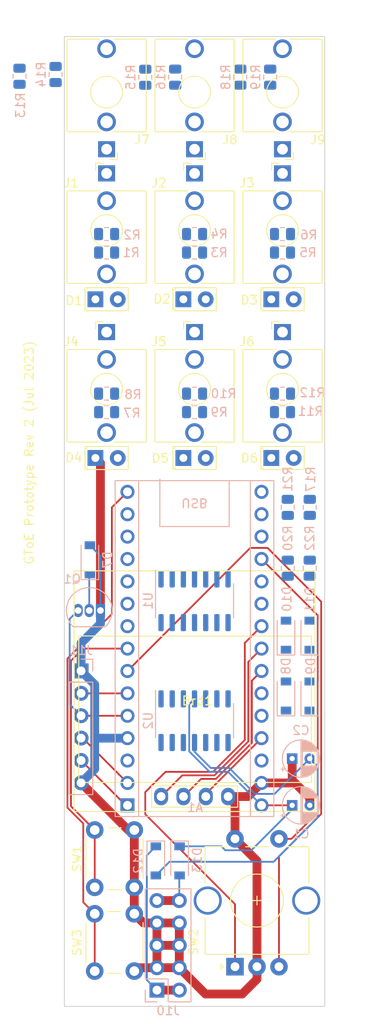
<source format=kicad_pcb>
(kicad_pcb (version 20211014) (generator pcbnew)

  (general
    (thickness 1.6)
  )

  (paper "A4")
  (layers
    (0 "F.Cu" signal)
    (31 "B.Cu" signal)
    (32 "B.Adhes" user "B.Adhesive")
    (33 "F.Adhes" user "F.Adhesive")
    (34 "B.Paste" user)
    (35 "F.Paste" user)
    (36 "B.SilkS" user "B.Silkscreen")
    (37 "F.SilkS" user "F.Silkscreen")
    (38 "B.Mask" user)
    (39 "F.Mask" user)
    (40 "Dwgs.User" user "User.Drawings")
    (41 "Cmts.User" user "User.Comments")
    (42 "Eco1.User" user "User.Eco1")
    (43 "Eco2.User" user "User.Eco2")
    (44 "Edge.Cuts" user)
    (45 "Margin" user)
    (46 "B.CrtYd" user "B.Courtyard")
    (47 "F.CrtYd" user "F.Courtyard")
    (48 "B.Fab" user)
    (49 "F.Fab" user)
    (50 "User.1" user)
    (51 "User.2" user)
    (52 "User.3" user)
    (53 "User.4" user)
    (54 "User.5" user)
    (55 "User.6" user)
    (56 "User.7" user)
    (57 "User.8" user)
    (58 "User.9" user)
  )

  (setup
    (stackup
      (layer "F.SilkS" (type "Top Silk Screen"))
      (layer "F.Paste" (type "Top Solder Paste"))
      (layer "F.Mask" (type "Top Solder Mask") (thickness 0.01))
      (layer "F.Cu" (type "copper") (thickness 0.035))
      (layer "dielectric 1" (type "core") (thickness 1.51) (material "FR4") (epsilon_r 4.5) (loss_tangent 0.02))
      (layer "B.Cu" (type "copper") (thickness 0.035))
      (layer "B.Mask" (type "Bottom Solder Mask") (thickness 0.01))
      (layer "B.Paste" (type "Bottom Solder Paste"))
      (layer "B.SilkS" (type "Bottom Silk Screen"))
      (copper_finish "None")
      (dielectric_constraints no)
    )
    (pad_to_mask_clearance 0)
    (aux_axis_origin 100 40)
    (pcbplotparams
      (layerselection 0x00010f0_ffffffff)
      (disableapertmacros false)
      (usegerberextensions false)
      (usegerberattributes true)
      (usegerberadvancedattributes true)
      (creategerberjobfile true)
      (svguseinch false)
      (svgprecision 6)
      (excludeedgelayer true)
      (plotframeref false)
      (viasonmask false)
      (mode 1)
      (useauxorigin false)
      (hpglpennumber 1)
      (hpglpenspeed 20)
      (hpglpendiameter 15.000000)
      (dxfpolygonmode true)
      (dxfimperialunits true)
      (dxfusepcbnewfont true)
      (psnegative false)
      (psa4output false)
      (plotreference true)
      (plotvalue true)
      (plotinvisibletext false)
      (sketchpadsonfab false)
      (subtractmaskfromsilk false)
      (outputformat 1)
      (mirror false)
      (drillshape 0)
      (scaleselection 1)
      (outputdirectory "Gerbers/")
    )
  )

  (net 0 "")
  (net 1 "Serial Out")
  (net 2 "Serial In")
  (net 3 "unconnected-(A1-Pad3)")
  (net 4 "GND")
  (net 5 "DIGITAL INPUT")
  (net 6 "ENC_D2")
  (net 7 "ENC_D1")
  (net 8 "Channel 1")
  (net 9 "Channel 2")
  (net 10 "Channel 3")
  (net 11 "Channel 4")
  (net 12 "Channel 5")
  (net 13 "Channel 6")
  (net 14 "START STOP BTN")
  (net 15 "SHIFT BTN")
  (net 16 "24ppqn OUT")
  (net 17 "unconnected-(A1-Pad17)")
  (net 18 "unconnected-(A1-Pad18)")
  (net 19 "unconnected-(A1-Pad20)")
  (net 20 "unconnected-(A1-Pad21)")
  (net 21 "ENC_BTN")
  (net 22 "I2C SDA")
  (net 23 "I2C SCL")
  (net 24 "+5V")
  (net 25 "unconnected-(A1-Pad28)")
  (net 26 "+12V")
  (net 27 "Net-(D1-Pad2)")
  (net 28 "Net-(D2-Pad2)")
  (net 29 "Net-(D3-Pad2)")
  (net 30 "Net-(D4-Pad2)")
  (net 31 "Net-(D5-Pad2)")
  (net 32 "Net-(D6-Pad2)")
  (net 33 "Net-(D7-Pad1)")
  (net 34 "Net-(J1-PadT)")
  (net 35 "unconnected-(J1-PadTN)")
  (net 36 "Net-(J2-PadT)")
  (net 37 "unconnected-(J2-PadTN)")
  (net 38 "Net-(J3-PadT)")
  (net 39 "unconnected-(J3-PadTN)")
  (net 40 "Net-(J4-PadT)")
  (net 41 "unconnected-(J4-PadTN)")
  (net 42 "Net-(J5-PadT)")
  (net 43 "unconnected-(J5-PadTN)")
  (net 44 "Net-(J6-PadT)")
  (net 45 "unconnected-(J6-PadTN)")
  (net 46 "Net-(J7-PadT)")
  (net 47 "unconnected-(J7-PadTN)")
  (net 48 "Net-(J8-PadT)")
  (net 49 "unconnected-(J8-PadTN)")
  (net 50 "Net-(J9-PadT)")
  (net 51 "unconnected-(J9-PadTN)")
  (net 52 "CV2 INPUT")
  (net 53 "-12V")
  (net 54 "CV1 INPUT")
  (net 55 "unconnected-(A1-Pad16)")
  (net 56 "Net-(D12-Pad1)")
  (net 57 "Net-(D13-Pad2)")
  (net 58 "Net-(R1-Pad1)")
  (net 59 "Net-(R3-Pad1)")
  (net 60 "Net-(R5-Pad1)")
  (net 61 "Net-(R7-Pad1)")
  (net 62 "Net-(R10-Pad2)")
  (net 63 "Net-(R11-Pad1)")
  (net 64 "Net-(R17-Pad2)")
  (net 65 "Net-(R15-Pad2)")
  (net 66 "Net-(R16-Pad2)")
  (net 67 "Net-(R20-Pad1)")

  (footprint "gtoe:thonkiconn" (layer "F.Cu") (at 124.8 46.3 180))

  (footprint "gtoe:button" (layer "F.Cu") (at 105.7 142.75 90))

  (footprint "gtoe:FlatTopLed" (layer "F.Cu") (at 114.8 87.8))

  (footprint "gtoe:thonkiconn" (layer "F.Cu") (at 114.8 62))

  (footprint "gtoe:I2C SSD1306" (layer "F.Cu") (at 114.8 115.6 180))

  (footprint "gtoe:thonkiconn" (layer "F.Cu") (at 114.8 80))

  (footprint "gtoe:FlatTopLed" (layer "F.Cu") (at 104.8 87.8))

  (footprint "gtoe:FlatTopLed" (layer "F.Cu") (at 124.8 69.8))

  (footprint "gtoe:thonkiconn" (layer "F.Cu") (at 124.8 62))

  (footprint "gtoe:FlatTopLed" (layer "F.Cu") (at 114.8 69.8))

  (footprint "gtoe:SwitchEncoder" (layer "F.Cu") (at 121.9 138 90))

  (footprint "gtoe:thonkiconn" (layer "F.Cu") (at 114.8 46.3 180))

  (footprint "gtoe:thonkiconn" (layer "F.Cu") (at 124.8 80))

  (footprint "gtoe:thonkiconn" (layer "F.Cu") (at 104.8 62))

  (footprint "gtoe:FlatTopLed" (layer "F.Cu") (at 124.8 87.8))

  (footprint "gtoe:FlatTopLed" (layer "F.Cu") (at 104.8 69.8))

  (footprint "gtoe:thonkiconn" (layer "F.Cu") (at 104.8 80))

  (footprint "gtoe:thonkiconn" (layer "F.Cu") (at 104.8 46.3 180))

  (footprint "gtoe:button" (layer "F.Cu") (at 105.7 133.25 90))

  (footprint "Diode_SMD:D_SOD-123" (layer "B.Cu") (at 113.1 133.5 -90))

  (footprint "Resistor_SMD:R_0805_2012Metric" (layer "B.Cu") (at 123.4 44.6 -90))

  (footprint "Capacitor_THT:CP_Radial_D4.0mm_P2.00mm" (layer "B.Cu") (at 125.9 127.2))

  (footprint "Diode_SMD:D_SOD-123" (layer "B.Cu") (at 127.9 114.8 90))

  (footprint "Diode_SMD:D_SOD-123" (layer "B.Cu") (at 127.9 107.9 90))

  (footprint "Resistor_SMD:R_0805_2012Metric" (layer "B.Cu") (at 114.8 82.6 180))

  (footprint "Diode_SMD:D_SOD-123" (layer "B.Cu") (at 110.4 133.5 -90))

  (footprint "Resistor_SMD:R_0805_2012Metric" (layer "B.Cu") (at 114.8 64.5 180))

  (footprint "Package_SO:SO-14_3.9x8.65mm_P1.27mm" (layer "B.Cu") (at 114.8 117.6 -90))

  (footprint "gtoe:Arduino_Nano (adjusted courtyard)" (layer "B.Cu") (at 114.8 112))

  (footprint "Resistor_SMD:R_0805_2012Metric" (layer "B.Cu") (at 94.9 44.5 -90))

  (footprint "Resistor_SMD:R_0805_2012Metric" (layer "B.Cu") (at 104.8 82.6 180))

  (footprint "Resistor_SMD:R_0805_2012Metric" (layer "B.Cu") (at 124.8 80.5 180))

  (footprint "Resistor_SMD:R_0805_2012Metric" (layer "B.Cu") (at 114.8 80.5 180))

  (footprint "Resistor_SMD:R_0805_2012Metric" (layer "B.Cu") (at 99 44.3 -90))

  (footprint "Resistor_SMD:R_0805_2012Metric" (layer "B.Cu") (at 127.9 100.3 90))

  (footprint "Resistor_SMD:R_0805_2012Metric" (layer "B.Cu") (at 120 44.6 -90))

  (footprint "Connector_PinHeader_2.54mm:PinHeader_1x06_P2.54mm_Vertical" (layer "B.Cu") (at 101.9 111.95 180))

  (footprint "Resistor_SMD:R_0805_2012Metric" (layer "B.Cu") (at 104.8 62.4 180))

  (footprint "Resistor_SMD:R_0805_2012Metric" (layer "B.Cu") (at 124.8 64.5 180))

  (footprint "Resistor_SMD:R_0805_2012Metric" (layer "B.Cu") (at 124.8 82.6 180))

  (footprint "Resistor_SMD:R_0805_2012Metric" (layer "B.Cu") (at 125.4 100.3 -90))

  (footprint "Capacitor_THT:CP_Radial_D4.0mm_P2.00mm" (layer "B.Cu")
    (tedit 5AE50EF0) (tstamp 92d2b063-112e-4f9c-9bb4-b431b473765a)
    (at 125.9 121.9)
    (descr "CP, Radial series, Radial, pin pitch=2.00mm, , diameter=4mm, Electrolytic Capacitor")
    (tags "CP Radial series Radial pin pitch 2.00mm  diameter 4mm Electrolytic Capacitor")
    (property "Sheetfile" "gtoe.kicad_sch")
    (property "Sheetname" "")
    (path "/87c70d75-b506-468f-8e8e-9bbc54fba500")
    (attr through_hole)
    (fp_text reference "C2" (at 1 -3.2) (layer "B.SilkS")
      (effects (font (size 1 1) (thickness 0.15)) (justify mirror))
      (tstamp dc54d08b-e603-4f3e-b50b-783645b2664c)
    )
    (fp_text value "10uF" (at 1 -3.25) (layer "B.Fab")
      (effects (font (size 1 1) (thickness 0.15)) (justify mirror))
      (tstamp e1ac3c69-be49-4a9c-9389-7c357cf25214)
    )
    (fp_text user "${REFERENCE}" (at 1 0) (layer "B.Fab")
      (effects (font (size 0.8 0.8) (thickness 0.12)) (justify mirror))
      (tstamp db2c95dc-a7ee-4f40-8dfd-74d9caf2e1af)
    )
    (fp_line (start 1.841 1.907) (end 1.841 0.84) (layer "B.SilkS") (width 0.12) (tstamp 001241f2-19e4-4175-a4fb-6c9fbc166f7e))
    (fp_line (start 1.721 1.954) (end 1.721 0.84) (layer "B.SilkS") (width 0.12) (tstamp 0965e432-ff66-41c9-b521-40e33cfa3e7c))
    (fp_line (start 2.521 -0.84) (end 2.521 -1.438) (layer "B.SilkS") (width 0.12) (tstamp 0a3b4109-42d6-4af2-bc6d-fca35363395f))
    (fp_line (start 1.2 2.071) (end 1.2 0.84) (layer "B.SilkS") (width 0.12) (tstamp 0af6b790-08b6-490f-b1d8-c7c5381217f4))
    (fp_line (start 1.841 -0.84) (end 1.841 -1.907) (layer "B.SilkS") (width 0.12) (tstamp 0e1204b9-6991-4231-8620-de0b9c29d9cd))
    (fp_line (start 2.161 -0.84) (end 2.161 -1.735) (layer "B.SilkS") (width 0.12) (tstamp 0fdfe7d9-2fe1-42e4-a5b9-034ba5ff7d47))
    (fp_line (start 1.4 2.042) (end 1.4 0.84) (layer "B.SilkS") (width 0.12) (tstamp 11bfd39d-2884-4c8c-84d6-684ed73f9168))
    (fp_line (start 1.68 -0.84) (end 1.68 -1.968) (layer "B.SilkS") (width 0.12) (tstamp 13397254-d61a-4147-87fb-c6828248d5ba))
    (fp_line (start 1.6 1.994) (end 1.6 0.84) (layer "B.SilkS") (width 0.12) (tstamp 16b27dac-9cc6-4d22-a269-c9760c193f15))
    (fp_line (start 2.241 1.68) (end 2.241 0.84) (layer "B.SilkS") (width 0.12) (tstamp 17cd7caa-5458-43ab-8335-846c939e1ba5))
    (fp_line (start 1.12 2.077) (end 1.12 -2.077) (layer "B.SilkS") (width 0.12) (tstamp 18dfd2fb-092c-4412-96c9-be93ae0aef15))
    (fp_line (start 1.04 2.08) (end 1.04 -2.08) (layer "B.SilkS") (width 0.12) (tstamp 18ee8269-d8c5-47da-bf49-377e33b08149))
    (fp_line (start 2.441 -0.84) (end 2.441 -1.516) (layer "B.SilkS") (width 0.12) (tstamp 19178823-95c7-434d-8879-824b04683058))
    (fp_line (start 1.36 -0.84) (end 1.36 -2.05) (layer "B.SilkS") (width 0.12) (tstamp 1ffe666d-fff3-4ed1-9f09-5cd80a608ffc))
    (fp_line (start 2.321 -0.84) (end 2.321 -1.619) (layer "B.SilkS") (width 0.12) (tstamp 202fe87f-af58-4146-b9bd-6cb4f077cdf3))
    (fp_line (start -1.069801 1.395) (end -1.069801 0.995) (layer "B.SilkS") (width 0.12) (tstamp 24863ca5-ae97-473f-b04c-fcb4630284cd))
    (fp_line (start 1.881 -0.84) (end 1.881 -1.889) (layer "B.SilkS") (width 0.12) (tstamp 267603b6-60c8-4ece-ad02-c8fad8490639))
    (fp_line (start 2.601 1.351) (end 2.601 0.84) (layer "B.SilkS") (width 0.12) (tstamp 2989862e-5f79-4aa9-8693-da59ee952045))
    (fp_line (start 1.44 2.034) (end 1.44 0.84) (layer "B.SilkS") (width 0.12) (tstamp 2c0791ea-51cf-488c-a444-893f214693a2))
    (fp_line (start 2.041 1.808) (end 2.041 0.84) (layer "B.SilkS") (width 0.12) (tstamp 322af50b-cf4b-4fd5-9870-8446bd760035))
    (fp_line (start 2.281 -0.84) (end 2.281 -1.65) (layer "B.SilkS") (width 0.12) (tstamp 33fa8e12-cb97-4d5b-9fff-25722016799e))
    (fp_line (start 2.801 1.08) (end 2.801 0.84) (layer "B.SilkS") (width 0.12) (tstamp 3506a90c-fe32-4bb0-a792-96fd1b319551))
    (fp_line (start 2.041 -0.84) (end 2.041 -1.808) (layer "B.SilkS") (width 0.12) (tstamp 38911cb9-a508-4476-aaf2-83ee2e910ac5))
    (fp_line (start 2.641 -0.84) (end 2.641 -1.304) (layer "B.SilkS") (width 0.12) (tstamp 3b70e20f-0db8-4aec-8275-28eeb05a7854))
    (fp_line (start 1.28 2.062) (end 1.28 0.84) (layer "B.SilkS") (width 0.12) (tstamp 4124bec1-8807-4ca3-a72c-6e15b569bd95))
    (fp_line (start 1.64 -0.84) (end 1.64 -1.982) (layer "B.SilkS") (width 0.12) (tstamp 41357696-82dc-402a-9a04-7052d38a36d5))
    (fp_line (start 2.081 1.785) (end 2.081 0.84) (layer "B.SilkS") (width 0.12) (tstamp 48bceacb-bc04-4eb9-a63c-6f896186b75a))
    (fp_line (start 2.401 -0.84) (end 2.401 -1.552) (layer "B.SilkS") (width 0.12) (tstamp 51a7610a-6aba-4f31-8bfa-cbfa7c925c6c))
    (fp_line (start 2.361 1.587) (end 2.361 0.84) (layer "B.SilkS") (width 0.12) (tstamp 524f8ec4-3cbf-4c2b-b96c-5022da9167bc))
    (fp_line (start 1.24 2.067) (end 1.24 0.84) (layer "B.SilkS") (width 0.12) (tstamp 53b2b101-e409-4637-92cc-e2f24b8b1aad))
    (fp_line (start 2.001 1.83) (end 2.001 0.84) (layer "B.SilkS") (width 0.12) (tstamp 5488e5c2-37dc-49bc-9432-71cedb2851c3))
    (fp_line (start 2.281 1.65) (end 2.281 0.84) (layer "B.SilkS") (width 0.12) (tstamp 55a85213-df35-4d43-bf81-94e47cef6dad))
    (fp_line (start 1.64 1.982) (end 1.64 0.84) (layer "B.SilkS") (width 0.12) (tstamp 56cd711d-35db-463d-9254-2f67aa5f5634))
    (fp_line (start 1.52 2.016) (end 1.52 0.84) (layer "B.SilkS") (width 0.12) (tstamp 59eddaef-938c-463e-8eb6-28623d37009d))
    (fp_line (start 1.801 1.924) (end 1.801 0.84) (layer "B.SilkS") (width 0.12) (tstamp 5e2f85b3-e82a-4c96-87c7-077a55a77524))
    (fp_line (start 2.601 -0.84) (end 2.601 -1.351) (layer "B.SilkS") (width 0.12) (tstamp 65b677fb-0466-4c17-8cea-4f3a7161fed6))
    (fp_line (start 2.361 -0.84) (end 2.361 -1.587) (layer "B.SilkS") (width 0.12) (tstamp 6b735b9b-d839-4c00-b02b-461b9c764900))
    (fp_line (start 2.201 1.708) (end 2.201 0.84) (layer "B.SilkS") (width 0.12) (tstamp 6d4f4b62-0f4f-49e6-8199-530dd2cf422b))
    (fp_line (start 1.16 2.074) (end 1.16 -2.074) (layer "B.SilkS") (width 0.12) (tstamp 70b7e1dd-a15c-435b-8b7d-3e0394479d97))
    (fp_line (start 1.52 -0.84) (end 1.52 -2.016) (layer "B.SilkS") (width 0.12) (tstamp 749e0dd7-90be-49e7-aef6-587f8df10ae2))
    (fp_line (start 2.161 1.735) (end 2.161 0.84) (layer "B.SilkS") (width 0.12) (tstamp 75c27bec-9845-424c-864c-41a9e06315f7))
    (fp_line (start -1.269801 1.195) (end -0.869801 1.195) (layer "B.SilkS") (width 0.12) (tstamp 770d736c-e4b8-475e-9dab-3532d21bc3c1))
    (fp_line (start 1.961 -0.84) (end 1.961 -1.851) (layer "B.SilkS") (width 0.12) (tstamp 79eed3b0-1016-469e-92fc-36403f019412))
    (fp_line (start 2.081 -0.84) (end 2.081 -1.785) (layer "B.SilkS") (width 0.12) (tstamp 7d8467b7-ed81-4020-a293-5735adc9949d))
    (fp_line (start 1.08 2.079) (end 1.08 -2.079) (layer "B.SilkS") (width 0.12) (tstamp 841ceacc-1360-4256-9ffa-23b7f4bd6cfd))
    (fp_line (start 1.28 -0.84) (end 1.28 -2.062) (layer "B.SilkS") (width 0.12) (tstamp 84a15330-c851-4bd8-9c5c-c3f8ab6d3f8b))
    (fp_line (start 1.921 -0.84) (end 1.921 -1.87) (layer "B.SilkS") (width 0.12) (tstamp 85a786dc-0fe9-4604-ba15-61169d59bfb5))
    (fp_line (start 1 2.08) (end 1 -2.08) (layer "B.SilkS") (width 0.12) (tstamp 8ae8a1e0-d1d8-4e31-af04-cdd9955532ad))
    (fp_line (start 2.761 1.142) (end 2.761 0.84) (layer "B.SilkS"
... [75672 chars truncated]
</source>
